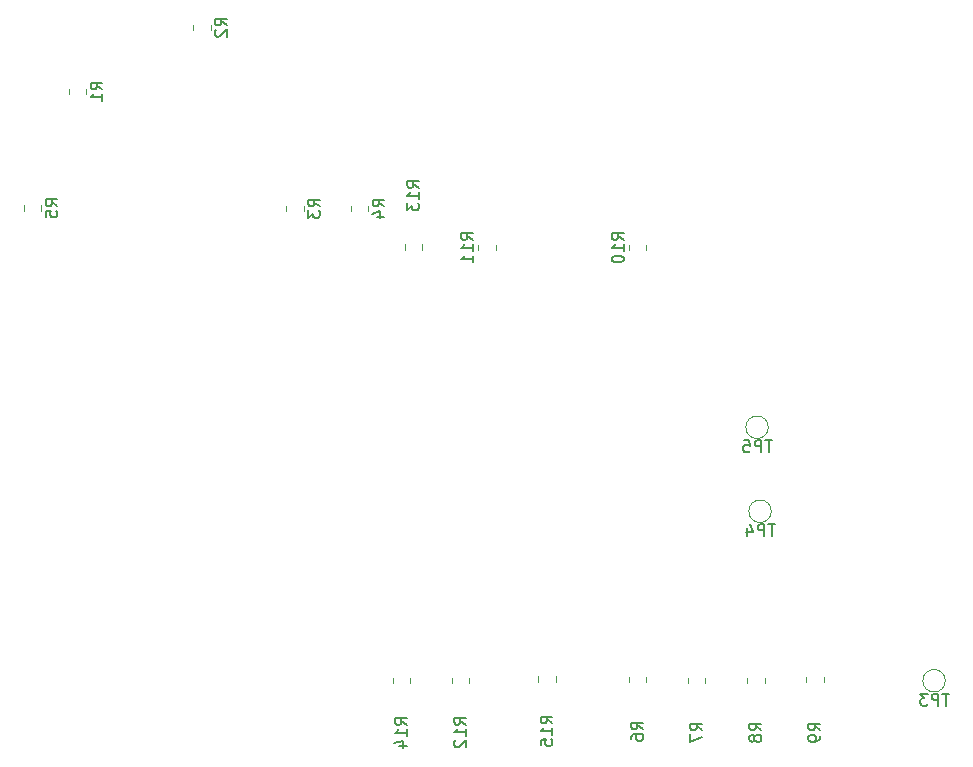
<source format=gbr>
%TF.GenerationSoftware,KiCad,Pcbnew,9.0.3*%
%TF.CreationDate,2025-08-28T11:24:01-04:00*%
%TF.ProjectId,signal_conditioner,7369676e-616c-45f6-936f-6e646974696f,rev?*%
%TF.SameCoordinates,Original*%
%TF.FileFunction,Legend,Bot*%
%TF.FilePolarity,Positive*%
%FSLAX46Y46*%
G04 Gerber Fmt 4.6, Leading zero omitted, Abs format (unit mm)*
G04 Created by KiCad (PCBNEW 9.0.3) date 2025-08-28 11:24:01*
%MOMM*%
%LPD*%
G01*
G04 APERTURE LIST*
%ADD10C,0.150000*%
%ADD11C,0.120000*%
G04 APERTURE END LIST*
D10*
X160204819Y-40133333D02*
X159728628Y-39800000D01*
X160204819Y-39561905D02*
X159204819Y-39561905D01*
X159204819Y-39561905D02*
X159204819Y-39942857D01*
X159204819Y-39942857D02*
X159252438Y-40038095D01*
X159252438Y-40038095D02*
X159300057Y-40085714D01*
X159300057Y-40085714D02*
X159395295Y-40133333D01*
X159395295Y-40133333D02*
X159538152Y-40133333D01*
X159538152Y-40133333D02*
X159633390Y-40085714D01*
X159633390Y-40085714D02*
X159681009Y-40038095D01*
X159681009Y-40038095D02*
X159728628Y-39942857D01*
X159728628Y-39942857D02*
X159728628Y-39561905D01*
X159300057Y-40514286D02*
X159252438Y-40561905D01*
X159252438Y-40561905D02*
X159204819Y-40657143D01*
X159204819Y-40657143D02*
X159204819Y-40895238D01*
X159204819Y-40895238D02*
X159252438Y-40990476D01*
X159252438Y-40990476D02*
X159300057Y-41038095D01*
X159300057Y-41038095D02*
X159395295Y-41085714D01*
X159395295Y-41085714D02*
X159490533Y-41085714D01*
X159490533Y-41085714D02*
X159633390Y-41038095D01*
X159633390Y-41038095D02*
X160204819Y-40466667D01*
X160204819Y-40466667D02*
X160204819Y-41085714D01*
X206620904Y-82382819D02*
X206049476Y-82382819D01*
X206335190Y-83382819D02*
X206335190Y-82382819D01*
X205716142Y-83382819D02*
X205716142Y-82382819D01*
X205716142Y-82382819D02*
X205335190Y-82382819D01*
X205335190Y-82382819D02*
X205239952Y-82430438D01*
X205239952Y-82430438D02*
X205192333Y-82478057D01*
X205192333Y-82478057D02*
X205144714Y-82573295D01*
X205144714Y-82573295D02*
X205144714Y-82716152D01*
X205144714Y-82716152D02*
X205192333Y-82811390D01*
X205192333Y-82811390D02*
X205239952Y-82859009D01*
X205239952Y-82859009D02*
X205335190Y-82906628D01*
X205335190Y-82906628D02*
X205716142Y-82906628D01*
X204287571Y-82716152D02*
X204287571Y-83382819D01*
X204525666Y-82335200D02*
X204763761Y-83049485D01*
X204763761Y-83049485D02*
X204144714Y-83049485D01*
X193804819Y-58301142D02*
X193328628Y-57967809D01*
X193804819Y-57729714D02*
X192804819Y-57729714D01*
X192804819Y-57729714D02*
X192804819Y-58110666D01*
X192804819Y-58110666D02*
X192852438Y-58205904D01*
X192852438Y-58205904D02*
X192900057Y-58253523D01*
X192900057Y-58253523D02*
X192995295Y-58301142D01*
X192995295Y-58301142D02*
X193138152Y-58301142D01*
X193138152Y-58301142D02*
X193233390Y-58253523D01*
X193233390Y-58253523D02*
X193281009Y-58205904D01*
X193281009Y-58205904D02*
X193328628Y-58110666D01*
X193328628Y-58110666D02*
X193328628Y-57729714D01*
X193804819Y-59253523D02*
X193804819Y-58682095D01*
X193804819Y-58967809D02*
X192804819Y-58967809D01*
X192804819Y-58967809D02*
X192947676Y-58872571D01*
X192947676Y-58872571D02*
X193042914Y-58777333D01*
X193042914Y-58777333D02*
X193090533Y-58682095D01*
X192804819Y-59872571D02*
X192804819Y-59967809D01*
X192804819Y-59967809D02*
X192852438Y-60063047D01*
X192852438Y-60063047D02*
X192900057Y-60110666D01*
X192900057Y-60110666D02*
X192995295Y-60158285D01*
X192995295Y-60158285D02*
X193185771Y-60205904D01*
X193185771Y-60205904D02*
X193423866Y-60205904D01*
X193423866Y-60205904D02*
X193614342Y-60158285D01*
X193614342Y-60158285D02*
X193709580Y-60110666D01*
X193709580Y-60110666D02*
X193757200Y-60063047D01*
X193757200Y-60063047D02*
X193804819Y-59967809D01*
X193804819Y-59967809D02*
X193804819Y-59872571D01*
X193804819Y-59872571D02*
X193757200Y-59777333D01*
X193757200Y-59777333D02*
X193709580Y-59729714D01*
X193709580Y-59729714D02*
X193614342Y-59682095D01*
X193614342Y-59682095D02*
X193423866Y-59634476D01*
X193423866Y-59634476D02*
X193185771Y-59634476D01*
X193185771Y-59634476D02*
X192995295Y-59682095D01*
X192995295Y-59682095D02*
X192900057Y-59729714D01*
X192900057Y-59729714D02*
X192852438Y-59777333D01*
X192852438Y-59777333D02*
X192804819Y-59872571D01*
X180454819Y-99342142D02*
X179978628Y-99008809D01*
X180454819Y-98770714D02*
X179454819Y-98770714D01*
X179454819Y-98770714D02*
X179454819Y-99151666D01*
X179454819Y-99151666D02*
X179502438Y-99246904D01*
X179502438Y-99246904D02*
X179550057Y-99294523D01*
X179550057Y-99294523D02*
X179645295Y-99342142D01*
X179645295Y-99342142D02*
X179788152Y-99342142D01*
X179788152Y-99342142D02*
X179883390Y-99294523D01*
X179883390Y-99294523D02*
X179931009Y-99246904D01*
X179931009Y-99246904D02*
X179978628Y-99151666D01*
X179978628Y-99151666D02*
X179978628Y-98770714D01*
X180454819Y-100294523D02*
X180454819Y-99723095D01*
X180454819Y-100008809D02*
X179454819Y-100008809D01*
X179454819Y-100008809D02*
X179597676Y-99913571D01*
X179597676Y-99913571D02*
X179692914Y-99818333D01*
X179692914Y-99818333D02*
X179740533Y-99723095D01*
X179550057Y-100675476D02*
X179502438Y-100723095D01*
X179502438Y-100723095D02*
X179454819Y-100818333D01*
X179454819Y-100818333D02*
X179454819Y-101056428D01*
X179454819Y-101056428D02*
X179502438Y-101151666D01*
X179502438Y-101151666D02*
X179550057Y-101199285D01*
X179550057Y-101199285D02*
X179645295Y-101246904D01*
X179645295Y-101246904D02*
X179740533Y-101246904D01*
X179740533Y-101246904D02*
X179883390Y-101199285D01*
X179883390Y-101199285D02*
X180454819Y-100627857D01*
X180454819Y-100627857D02*
X180454819Y-101246904D01*
X206366904Y-75270819D02*
X205795476Y-75270819D01*
X206081190Y-76270819D02*
X206081190Y-75270819D01*
X205462142Y-76270819D02*
X205462142Y-75270819D01*
X205462142Y-75270819D02*
X205081190Y-75270819D01*
X205081190Y-75270819D02*
X204985952Y-75318438D01*
X204985952Y-75318438D02*
X204938333Y-75366057D01*
X204938333Y-75366057D02*
X204890714Y-75461295D01*
X204890714Y-75461295D02*
X204890714Y-75604152D01*
X204890714Y-75604152D02*
X204938333Y-75699390D01*
X204938333Y-75699390D02*
X204985952Y-75747009D01*
X204985952Y-75747009D02*
X205081190Y-75794628D01*
X205081190Y-75794628D02*
X205462142Y-75794628D01*
X203985952Y-75270819D02*
X204462142Y-75270819D01*
X204462142Y-75270819D02*
X204509761Y-75747009D01*
X204509761Y-75747009D02*
X204462142Y-75699390D01*
X204462142Y-75699390D02*
X204366904Y-75651771D01*
X204366904Y-75651771D02*
X204128809Y-75651771D01*
X204128809Y-75651771D02*
X204033571Y-75699390D01*
X204033571Y-75699390D02*
X203985952Y-75747009D01*
X203985952Y-75747009D02*
X203938333Y-75842247D01*
X203938333Y-75842247D02*
X203938333Y-76080342D01*
X203938333Y-76080342D02*
X203985952Y-76175580D01*
X203985952Y-76175580D02*
X204033571Y-76223200D01*
X204033571Y-76223200D02*
X204128809Y-76270819D01*
X204128809Y-76270819D02*
X204366904Y-76270819D01*
X204366904Y-76270819D02*
X204462142Y-76223200D01*
X204462142Y-76223200D02*
X204509761Y-76175580D01*
X181049819Y-58301142D02*
X180573628Y-57967809D01*
X181049819Y-57729714D02*
X180049819Y-57729714D01*
X180049819Y-57729714D02*
X180049819Y-58110666D01*
X180049819Y-58110666D02*
X180097438Y-58205904D01*
X180097438Y-58205904D02*
X180145057Y-58253523D01*
X180145057Y-58253523D02*
X180240295Y-58301142D01*
X180240295Y-58301142D02*
X180383152Y-58301142D01*
X180383152Y-58301142D02*
X180478390Y-58253523D01*
X180478390Y-58253523D02*
X180526009Y-58205904D01*
X180526009Y-58205904D02*
X180573628Y-58110666D01*
X180573628Y-58110666D02*
X180573628Y-57729714D01*
X181049819Y-59253523D02*
X181049819Y-58682095D01*
X181049819Y-58967809D02*
X180049819Y-58967809D01*
X180049819Y-58967809D02*
X180192676Y-58872571D01*
X180192676Y-58872571D02*
X180287914Y-58777333D01*
X180287914Y-58777333D02*
X180335533Y-58682095D01*
X181049819Y-60205904D02*
X181049819Y-59634476D01*
X181049819Y-59920190D02*
X180049819Y-59920190D01*
X180049819Y-59920190D02*
X180192676Y-59824952D01*
X180192676Y-59824952D02*
X180287914Y-59729714D01*
X180287914Y-59729714D02*
X180335533Y-59634476D01*
X221352904Y-96733819D02*
X220781476Y-96733819D01*
X221067190Y-97733819D02*
X221067190Y-96733819D01*
X220448142Y-97733819D02*
X220448142Y-96733819D01*
X220448142Y-96733819D02*
X220067190Y-96733819D01*
X220067190Y-96733819D02*
X219971952Y-96781438D01*
X219971952Y-96781438D02*
X219924333Y-96829057D01*
X219924333Y-96829057D02*
X219876714Y-96924295D01*
X219876714Y-96924295D02*
X219876714Y-97067152D01*
X219876714Y-97067152D02*
X219924333Y-97162390D01*
X219924333Y-97162390D02*
X219971952Y-97210009D01*
X219971952Y-97210009D02*
X220067190Y-97257628D01*
X220067190Y-97257628D02*
X220448142Y-97257628D01*
X219543380Y-96733819D02*
X218924333Y-96733819D01*
X218924333Y-96733819D02*
X219257666Y-97114771D01*
X219257666Y-97114771D02*
X219114809Y-97114771D01*
X219114809Y-97114771D02*
X219019571Y-97162390D01*
X219019571Y-97162390D02*
X218971952Y-97210009D01*
X218971952Y-97210009D02*
X218924333Y-97305247D01*
X218924333Y-97305247D02*
X218924333Y-97543342D01*
X218924333Y-97543342D02*
X218971952Y-97638580D01*
X218971952Y-97638580D02*
X219019571Y-97686200D01*
X219019571Y-97686200D02*
X219114809Y-97733819D01*
X219114809Y-97733819D02*
X219400523Y-97733819D01*
X219400523Y-97733819D02*
X219495761Y-97686200D01*
X219495761Y-97686200D02*
X219543380Y-97638580D01*
X168093819Y-55475333D02*
X167617628Y-55142000D01*
X168093819Y-54903905D02*
X167093819Y-54903905D01*
X167093819Y-54903905D02*
X167093819Y-55284857D01*
X167093819Y-55284857D02*
X167141438Y-55380095D01*
X167141438Y-55380095D02*
X167189057Y-55427714D01*
X167189057Y-55427714D02*
X167284295Y-55475333D01*
X167284295Y-55475333D02*
X167427152Y-55475333D01*
X167427152Y-55475333D02*
X167522390Y-55427714D01*
X167522390Y-55427714D02*
X167570009Y-55380095D01*
X167570009Y-55380095D02*
X167617628Y-55284857D01*
X167617628Y-55284857D02*
X167617628Y-54903905D01*
X167093819Y-55808667D02*
X167093819Y-56427714D01*
X167093819Y-56427714D02*
X167474771Y-56094381D01*
X167474771Y-56094381D02*
X167474771Y-56237238D01*
X167474771Y-56237238D02*
X167522390Y-56332476D01*
X167522390Y-56332476D02*
X167570009Y-56380095D01*
X167570009Y-56380095D02*
X167665247Y-56427714D01*
X167665247Y-56427714D02*
X167903342Y-56427714D01*
X167903342Y-56427714D02*
X167998580Y-56380095D01*
X167998580Y-56380095D02*
X168046200Y-56332476D01*
X168046200Y-56332476D02*
X168093819Y-56237238D01*
X168093819Y-56237238D02*
X168093819Y-55951524D01*
X168093819Y-55951524D02*
X168046200Y-55856286D01*
X168046200Y-55856286D02*
X167998580Y-55808667D01*
X176476819Y-53884142D02*
X176000628Y-53550809D01*
X176476819Y-53312714D02*
X175476819Y-53312714D01*
X175476819Y-53312714D02*
X175476819Y-53693666D01*
X175476819Y-53693666D02*
X175524438Y-53788904D01*
X175524438Y-53788904D02*
X175572057Y-53836523D01*
X175572057Y-53836523D02*
X175667295Y-53884142D01*
X175667295Y-53884142D02*
X175810152Y-53884142D01*
X175810152Y-53884142D02*
X175905390Y-53836523D01*
X175905390Y-53836523D02*
X175953009Y-53788904D01*
X175953009Y-53788904D02*
X176000628Y-53693666D01*
X176000628Y-53693666D02*
X176000628Y-53312714D01*
X176476819Y-54836523D02*
X176476819Y-54265095D01*
X176476819Y-54550809D02*
X175476819Y-54550809D01*
X175476819Y-54550809D02*
X175619676Y-54455571D01*
X175619676Y-54455571D02*
X175714914Y-54360333D01*
X175714914Y-54360333D02*
X175762533Y-54265095D01*
X175476819Y-55169857D02*
X175476819Y-55788904D01*
X175476819Y-55788904D02*
X175857771Y-55455571D01*
X175857771Y-55455571D02*
X175857771Y-55598428D01*
X175857771Y-55598428D02*
X175905390Y-55693666D01*
X175905390Y-55693666D02*
X175953009Y-55741285D01*
X175953009Y-55741285D02*
X176048247Y-55788904D01*
X176048247Y-55788904D02*
X176286342Y-55788904D01*
X176286342Y-55788904D02*
X176381580Y-55741285D01*
X176381580Y-55741285D02*
X176429200Y-55693666D01*
X176429200Y-55693666D02*
X176476819Y-55598428D01*
X176476819Y-55598428D02*
X176476819Y-55312714D01*
X176476819Y-55312714D02*
X176429200Y-55217476D01*
X176429200Y-55217476D02*
X176381580Y-55169857D01*
X173554819Y-55475333D02*
X173078628Y-55142000D01*
X173554819Y-54903905D02*
X172554819Y-54903905D01*
X172554819Y-54903905D02*
X172554819Y-55284857D01*
X172554819Y-55284857D02*
X172602438Y-55380095D01*
X172602438Y-55380095D02*
X172650057Y-55427714D01*
X172650057Y-55427714D02*
X172745295Y-55475333D01*
X172745295Y-55475333D02*
X172888152Y-55475333D01*
X172888152Y-55475333D02*
X172983390Y-55427714D01*
X172983390Y-55427714D02*
X173031009Y-55380095D01*
X173031009Y-55380095D02*
X173078628Y-55284857D01*
X173078628Y-55284857D02*
X173078628Y-54903905D01*
X172888152Y-56332476D02*
X173554819Y-56332476D01*
X172507200Y-56094381D02*
X173221485Y-55856286D01*
X173221485Y-55856286D02*
X173221485Y-56475333D01*
X175454819Y-99357142D02*
X174978628Y-99023809D01*
X175454819Y-98785714D02*
X174454819Y-98785714D01*
X174454819Y-98785714D02*
X174454819Y-99166666D01*
X174454819Y-99166666D02*
X174502438Y-99261904D01*
X174502438Y-99261904D02*
X174550057Y-99309523D01*
X174550057Y-99309523D02*
X174645295Y-99357142D01*
X174645295Y-99357142D02*
X174788152Y-99357142D01*
X174788152Y-99357142D02*
X174883390Y-99309523D01*
X174883390Y-99309523D02*
X174931009Y-99261904D01*
X174931009Y-99261904D02*
X174978628Y-99166666D01*
X174978628Y-99166666D02*
X174978628Y-98785714D01*
X175454819Y-100309523D02*
X175454819Y-99738095D01*
X175454819Y-100023809D02*
X174454819Y-100023809D01*
X174454819Y-100023809D02*
X174597676Y-99928571D01*
X174597676Y-99928571D02*
X174692914Y-99833333D01*
X174692914Y-99833333D02*
X174740533Y-99738095D01*
X174788152Y-101166666D02*
X175454819Y-101166666D01*
X174407200Y-100928571D02*
X175121485Y-100690476D01*
X175121485Y-100690476D02*
X175121485Y-101309523D01*
X187779819Y-99230142D02*
X187303628Y-98896809D01*
X187779819Y-98658714D02*
X186779819Y-98658714D01*
X186779819Y-98658714D02*
X186779819Y-99039666D01*
X186779819Y-99039666D02*
X186827438Y-99134904D01*
X186827438Y-99134904D02*
X186875057Y-99182523D01*
X186875057Y-99182523D02*
X186970295Y-99230142D01*
X186970295Y-99230142D02*
X187113152Y-99230142D01*
X187113152Y-99230142D02*
X187208390Y-99182523D01*
X187208390Y-99182523D02*
X187256009Y-99134904D01*
X187256009Y-99134904D02*
X187303628Y-99039666D01*
X187303628Y-99039666D02*
X187303628Y-98658714D01*
X187779819Y-100182523D02*
X187779819Y-99611095D01*
X187779819Y-99896809D02*
X186779819Y-99896809D01*
X186779819Y-99896809D02*
X186922676Y-99801571D01*
X186922676Y-99801571D02*
X187017914Y-99706333D01*
X187017914Y-99706333D02*
X187065533Y-99611095D01*
X186779819Y-101087285D02*
X186779819Y-100611095D01*
X186779819Y-100611095D02*
X187256009Y-100563476D01*
X187256009Y-100563476D02*
X187208390Y-100611095D01*
X187208390Y-100611095D02*
X187160771Y-100706333D01*
X187160771Y-100706333D02*
X187160771Y-100944428D01*
X187160771Y-100944428D02*
X187208390Y-101039666D01*
X187208390Y-101039666D02*
X187256009Y-101087285D01*
X187256009Y-101087285D02*
X187351247Y-101134904D01*
X187351247Y-101134904D02*
X187589342Y-101134904D01*
X187589342Y-101134904D02*
X187684580Y-101087285D01*
X187684580Y-101087285D02*
X187732200Y-101039666D01*
X187732200Y-101039666D02*
X187779819Y-100944428D01*
X187779819Y-100944428D02*
X187779819Y-100706333D01*
X187779819Y-100706333D02*
X187732200Y-100611095D01*
X187732200Y-100611095D02*
X187684580Y-100563476D01*
X205454819Y-99833333D02*
X204978628Y-99500000D01*
X205454819Y-99261905D02*
X204454819Y-99261905D01*
X204454819Y-99261905D02*
X204454819Y-99642857D01*
X204454819Y-99642857D02*
X204502438Y-99738095D01*
X204502438Y-99738095D02*
X204550057Y-99785714D01*
X204550057Y-99785714D02*
X204645295Y-99833333D01*
X204645295Y-99833333D02*
X204788152Y-99833333D01*
X204788152Y-99833333D02*
X204883390Y-99785714D01*
X204883390Y-99785714D02*
X204931009Y-99738095D01*
X204931009Y-99738095D02*
X204978628Y-99642857D01*
X204978628Y-99642857D02*
X204978628Y-99261905D01*
X204883390Y-100404762D02*
X204835771Y-100309524D01*
X204835771Y-100309524D02*
X204788152Y-100261905D01*
X204788152Y-100261905D02*
X204692914Y-100214286D01*
X204692914Y-100214286D02*
X204645295Y-100214286D01*
X204645295Y-100214286D02*
X204550057Y-100261905D01*
X204550057Y-100261905D02*
X204502438Y-100309524D01*
X204502438Y-100309524D02*
X204454819Y-100404762D01*
X204454819Y-100404762D02*
X204454819Y-100595238D01*
X204454819Y-100595238D02*
X204502438Y-100690476D01*
X204502438Y-100690476D02*
X204550057Y-100738095D01*
X204550057Y-100738095D02*
X204645295Y-100785714D01*
X204645295Y-100785714D02*
X204692914Y-100785714D01*
X204692914Y-100785714D02*
X204788152Y-100738095D01*
X204788152Y-100738095D02*
X204835771Y-100690476D01*
X204835771Y-100690476D02*
X204883390Y-100595238D01*
X204883390Y-100595238D02*
X204883390Y-100404762D01*
X204883390Y-100404762D02*
X204931009Y-100309524D01*
X204931009Y-100309524D02*
X204978628Y-100261905D01*
X204978628Y-100261905D02*
X205073866Y-100214286D01*
X205073866Y-100214286D02*
X205264342Y-100214286D01*
X205264342Y-100214286D02*
X205359580Y-100261905D01*
X205359580Y-100261905D02*
X205407200Y-100309524D01*
X205407200Y-100309524D02*
X205454819Y-100404762D01*
X205454819Y-100404762D02*
X205454819Y-100595238D01*
X205454819Y-100595238D02*
X205407200Y-100690476D01*
X205407200Y-100690476D02*
X205359580Y-100738095D01*
X205359580Y-100738095D02*
X205264342Y-100785714D01*
X205264342Y-100785714D02*
X205073866Y-100785714D01*
X205073866Y-100785714D02*
X204978628Y-100738095D01*
X204978628Y-100738095D02*
X204931009Y-100690476D01*
X204931009Y-100690476D02*
X204883390Y-100595238D01*
X149678819Y-45569333D02*
X149202628Y-45236000D01*
X149678819Y-44997905D02*
X148678819Y-44997905D01*
X148678819Y-44997905D02*
X148678819Y-45378857D01*
X148678819Y-45378857D02*
X148726438Y-45474095D01*
X148726438Y-45474095D02*
X148774057Y-45521714D01*
X148774057Y-45521714D02*
X148869295Y-45569333D01*
X148869295Y-45569333D02*
X149012152Y-45569333D01*
X149012152Y-45569333D02*
X149107390Y-45521714D01*
X149107390Y-45521714D02*
X149155009Y-45474095D01*
X149155009Y-45474095D02*
X149202628Y-45378857D01*
X149202628Y-45378857D02*
X149202628Y-44997905D01*
X149678819Y-46521714D02*
X149678819Y-45950286D01*
X149678819Y-46236000D02*
X148678819Y-46236000D01*
X148678819Y-46236000D02*
X148821676Y-46140762D01*
X148821676Y-46140762D02*
X148916914Y-46045524D01*
X148916914Y-46045524D02*
X148964533Y-45950286D01*
X195454819Y-99738333D02*
X194978628Y-99405000D01*
X195454819Y-99166905D02*
X194454819Y-99166905D01*
X194454819Y-99166905D02*
X194454819Y-99547857D01*
X194454819Y-99547857D02*
X194502438Y-99643095D01*
X194502438Y-99643095D02*
X194550057Y-99690714D01*
X194550057Y-99690714D02*
X194645295Y-99738333D01*
X194645295Y-99738333D02*
X194788152Y-99738333D01*
X194788152Y-99738333D02*
X194883390Y-99690714D01*
X194883390Y-99690714D02*
X194931009Y-99643095D01*
X194931009Y-99643095D02*
X194978628Y-99547857D01*
X194978628Y-99547857D02*
X194978628Y-99166905D01*
X194454819Y-100595476D02*
X194454819Y-100405000D01*
X194454819Y-100405000D02*
X194502438Y-100309762D01*
X194502438Y-100309762D02*
X194550057Y-100262143D01*
X194550057Y-100262143D02*
X194692914Y-100166905D01*
X194692914Y-100166905D02*
X194883390Y-100119286D01*
X194883390Y-100119286D02*
X195264342Y-100119286D01*
X195264342Y-100119286D02*
X195359580Y-100166905D01*
X195359580Y-100166905D02*
X195407200Y-100214524D01*
X195407200Y-100214524D02*
X195454819Y-100309762D01*
X195454819Y-100309762D02*
X195454819Y-100500238D01*
X195454819Y-100500238D02*
X195407200Y-100595476D01*
X195407200Y-100595476D02*
X195359580Y-100643095D01*
X195359580Y-100643095D02*
X195264342Y-100690714D01*
X195264342Y-100690714D02*
X195026247Y-100690714D01*
X195026247Y-100690714D02*
X194931009Y-100643095D01*
X194931009Y-100643095D02*
X194883390Y-100595476D01*
X194883390Y-100595476D02*
X194835771Y-100500238D01*
X194835771Y-100500238D02*
X194835771Y-100309762D01*
X194835771Y-100309762D02*
X194883390Y-100214524D01*
X194883390Y-100214524D02*
X194931009Y-100166905D01*
X194931009Y-100166905D02*
X195026247Y-100119286D01*
X210454819Y-99833333D02*
X209978628Y-99500000D01*
X210454819Y-99261905D02*
X209454819Y-99261905D01*
X209454819Y-99261905D02*
X209454819Y-99642857D01*
X209454819Y-99642857D02*
X209502438Y-99738095D01*
X209502438Y-99738095D02*
X209550057Y-99785714D01*
X209550057Y-99785714D02*
X209645295Y-99833333D01*
X209645295Y-99833333D02*
X209788152Y-99833333D01*
X209788152Y-99833333D02*
X209883390Y-99785714D01*
X209883390Y-99785714D02*
X209931009Y-99738095D01*
X209931009Y-99738095D02*
X209978628Y-99642857D01*
X209978628Y-99642857D02*
X209978628Y-99261905D01*
X210454819Y-100309524D02*
X210454819Y-100500000D01*
X210454819Y-100500000D02*
X210407200Y-100595238D01*
X210407200Y-100595238D02*
X210359580Y-100642857D01*
X210359580Y-100642857D02*
X210216723Y-100738095D01*
X210216723Y-100738095D02*
X210026247Y-100785714D01*
X210026247Y-100785714D02*
X209645295Y-100785714D01*
X209645295Y-100785714D02*
X209550057Y-100738095D01*
X209550057Y-100738095D02*
X209502438Y-100690476D01*
X209502438Y-100690476D02*
X209454819Y-100595238D01*
X209454819Y-100595238D02*
X209454819Y-100404762D01*
X209454819Y-100404762D02*
X209502438Y-100309524D01*
X209502438Y-100309524D02*
X209550057Y-100261905D01*
X209550057Y-100261905D02*
X209645295Y-100214286D01*
X209645295Y-100214286D02*
X209883390Y-100214286D01*
X209883390Y-100214286D02*
X209978628Y-100261905D01*
X209978628Y-100261905D02*
X210026247Y-100309524D01*
X210026247Y-100309524D02*
X210073866Y-100404762D01*
X210073866Y-100404762D02*
X210073866Y-100595238D01*
X210073866Y-100595238D02*
X210026247Y-100690476D01*
X210026247Y-100690476D02*
X209978628Y-100738095D01*
X209978628Y-100738095D02*
X209883390Y-100785714D01*
X200454819Y-99833333D02*
X199978628Y-99500000D01*
X200454819Y-99261905D02*
X199454819Y-99261905D01*
X199454819Y-99261905D02*
X199454819Y-99642857D01*
X199454819Y-99642857D02*
X199502438Y-99738095D01*
X199502438Y-99738095D02*
X199550057Y-99785714D01*
X199550057Y-99785714D02*
X199645295Y-99833333D01*
X199645295Y-99833333D02*
X199788152Y-99833333D01*
X199788152Y-99833333D02*
X199883390Y-99785714D01*
X199883390Y-99785714D02*
X199931009Y-99738095D01*
X199931009Y-99738095D02*
X199978628Y-99642857D01*
X199978628Y-99642857D02*
X199978628Y-99261905D01*
X199454819Y-100166667D02*
X199454819Y-100833333D01*
X199454819Y-100833333D02*
X200454819Y-100404762D01*
X145868819Y-55443333D02*
X145392628Y-55110000D01*
X145868819Y-54871905D02*
X144868819Y-54871905D01*
X144868819Y-54871905D02*
X144868819Y-55252857D01*
X144868819Y-55252857D02*
X144916438Y-55348095D01*
X144916438Y-55348095D02*
X144964057Y-55395714D01*
X144964057Y-55395714D02*
X145059295Y-55443333D01*
X145059295Y-55443333D02*
X145202152Y-55443333D01*
X145202152Y-55443333D02*
X145297390Y-55395714D01*
X145297390Y-55395714D02*
X145345009Y-55348095D01*
X145345009Y-55348095D02*
X145392628Y-55252857D01*
X145392628Y-55252857D02*
X145392628Y-54871905D01*
X144868819Y-56348095D02*
X144868819Y-55871905D01*
X144868819Y-55871905D02*
X145345009Y-55824286D01*
X145345009Y-55824286D02*
X145297390Y-55871905D01*
X145297390Y-55871905D02*
X145249771Y-55967143D01*
X145249771Y-55967143D02*
X145249771Y-56205238D01*
X145249771Y-56205238D02*
X145297390Y-56300476D01*
X145297390Y-56300476D02*
X145345009Y-56348095D01*
X145345009Y-56348095D02*
X145440247Y-56395714D01*
X145440247Y-56395714D02*
X145678342Y-56395714D01*
X145678342Y-56395714D02*
X145773580Y-56348095D01*
X145773580Y-56348095D02*
X145821200Y-56300476D01*
X145821200Y-56300476D02*
X145868819Y-56205238D01*
X145868819Y-56205238D02*
X145868819Y-55967143D01*
X145868819Y-55967143D02*
X145821200Y-55871905D01*
X145821200Y-55871905D02*
X145773580Y-55824286D01*
D11*
%TO.C,R2*%
X157365000Y-40527064D02*
X157365000Y-40072936D01*
X158835000Y-40527064D02*
X158835000Y-40072936D01*
%TO.C,TP4*%
X206309000Y-81280000D02*
G75*
G02*
X204409000Y-81280000I-950000J0D01*
G01*
X204409000Y-81280000D02*
G75*
G02*
X206309000Y-81280000I950000J0D01*
G01*
%TO.C,R10*%
X194265000Y-58716936D02*
X194265000Y-59171064D01*
X195735000Y-58716936D02*
X195735000Y-59171064D01*
%TO.C,R12*%
X179265000Y-95827064D02*
X179265000Y-95372936D01*
X180735000Y-95827064D02*
X180735000Y-95372936D01*
%TO.C,TP5*%
X206055000Y-74168000D02*
G75*
G02*
X204155000Y-74168000I-950000J0D01*
G01*
X204155000Y-74168000D02*
G75*
G02*
X206055000Y-74168000I950000J0D01*
G01*
%TO.C,R11*%
X181510000Y-58716936D02*
X181510000Y-59171064D01*
X182980000Y-58716936D02*
X182980000Y-59171064D01*
%TO.C,TP3*%
X221041000Y-95631000D02*
G75*
G02*
X219141000Y-95631000I-950000J0D01*
G01*
X219141000Y-95631000D02*
G75*
G02*
X221041000Y-95631000I950000J0D01*
G01*
%TO.C,R3*%
X165254000Y-55869064D02*
X165254000Y-55414936D01*
X166724000Y-55869064D02*
X166724000Y-55414936D01*
%TO.C,R13*%
X175287000Y-58684936D02*
X175287000Y-59139064D01*
X176757000Y-58684936D02*
X176757000Y-59139064D01*
%TO.C,R4*%
X170715000Y-55869064D02*
X170715000Y-55414936D01*
X172185000Y-55869064D02*
X172185000Y-55414936D01*
%TO.C,R14*%
X174265000Y-95842064D02*
X174265000Y-95387936D01*
X175735000Y-95842064D02*
X175735000Y-95387936D01*
%TO.C,R15*%
X186590000Y-95260936D02*
X186590000Y-95715064D01*
X188060000Y-95260936D02*
X188060000Y-95715064D01*
%TO.C,R8*%
X204265000Y-95842064D02*
X204265000Y-95387936D01*
X205735000Y-95842064D02*
X205735000Y-95387936D01*
%TO.C,R1*%
X146839000Y-45963064D02*
X146839000Y-45508936D01*
X148309000Y-45963064D02*
X148309000Y-45508936D01*
%TO.C,R6*%
X194265000Y-95747064D02*
X194265000Y-95292936D01*
X195735000Y-95747064D02*
X195735000Y-95292936D01*
%TO.C,R9*%
X209265000Y-95747064D02*
X209265000Y-95292936D01*
X210735000Y-95747064D02*
X210735000Y-95292936D01*
%TO.C,R7*%
X199265000Y-95842064D02*
X199265000Y-95387936D01*
X200735000Y-95842064D02*
X200735000Y-95387936D01*
%TO.C,R5*%
X143029000Y-55837064D02*
X143029000Y-55382936D01*
X144499000Y-55837064D02*
X144499000Y-55382936D01*
%TD*%
M02*

</source>
